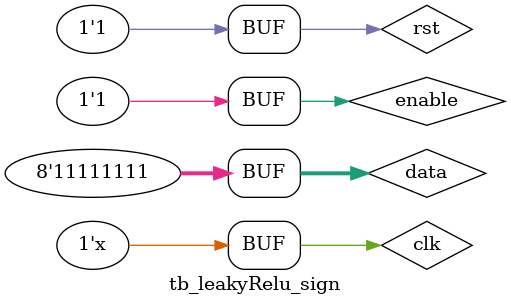
<source format=v>
`timescale 1ns / 1ps


module tb_leakyRelu_sign();
reg             clk;
reg             rst;
reg             enable;
reg     [7:0]   data;
wire    [7:0]   dataOut;
wire    rdy;

 
leakyRelu_sign test1(
    .iClk(clk),
    .iRst(rst),
    
    //data
    .data(data),
    .dataOut(dataOut),    
    
    //control,
    .enable(enable),
    .rdy(rdy)
    );

    
initial
begin
    clk =  0;
    rst =  0;
    #1  rst =   1;
    #1  rst =   0;
    #1  rst =   1;
    enable  =   1;
#15 data=8'sb00000000;
#15 data=8'sb00000001;
#15 data=8'sb00000010;
#15 data=8'sb00000011;
#15 data=8'sb00000100;
#15 data=8'sb00000101;
#15 data=8'sb00000110;
#15 data=8'sb00000111;
#15 data=8'sb00001000;
#15 data=8'sb00001001;
#15 data=8'sb00001010;
#15 data=8'sb00001011;
#15 data=8'sb00001100;
#15 data=8'sb00001101;
#15 data=8'sb00001110;
#15 data=8'sb00001111;
#15 data=8'sb00010000;
#15 data=8'sb00010001;
#15 data=8'sb00010010;
#15 data=8'sb00010011;
#15 data=8'sb00010100;
#15 data=8'sb00010101;
#15 data=8'sb00010110;
#15 data=8'sb00010111;
#15 data=8'sb00011000;
#15 data=8'sb00011001;
#15 data=8'sb00011010;
#15 data=8'sb00011011;
#15 data=8'sb00011100;
#15 data=8'sb00011101;
#15 data=8'sb00011110;
#15 data=8'sb00011111;
#15 data=8'sb00100000;
#15 data=8'sb00100001;
#15 data=8'sb00100010;
#15 data=8'sb00100011;
#15 data=8'sb00100100;
#15 data=8'sb00100101;
#15 data=8'sb00100110;
#15 data=8'sb00100111;
#15 data=8'sb00101000;
#15 data=8'sb00101001;
#15 data=8'sb00101010;
#15 data=8'sb00101011;
#15 data=8'sb00101100;
#15 data=8'sb00101101;
#15 data=8'sb00101110;
#15 data=8'sb00101111;
#15 data=8'sb00110000;
#15 data=8'sb00110001;
#15 data=8'sb00110010;
#15 data=8'sb00110011;
#15 data=8'sb00110100;
#15 data=8'sb00110101;
#15 data=8'sb00110110;
#15 data=8'sb00110111;
#15 data=8'sb00111000;
#15 data=8'sb00111001;
#15 data=8'sb00111010;
#15 data=8'sb00111011;
#15 data=8'sb00111100;
#15 data=8'sb00111101;
#15 data=8'sb00111110;
#15 data=8'sb00111111;
#15 data=8'sb01000000;
#15 data=8'sb01000001;
#15 data=8'sb01000010;
#15 data=8'sb01000011;
#15 data=8'sb01000100;
#15 data=8'sb01000101;
#15 data=8'sb01000110;
#15 data=8'sb01000111;
#15 data=8'sb01001000;
#15 data=8'sb01001001;
#15 data=8'sb01001010;
#15 data=8'sb01001011;
#15 data=8'sb01001100;
#15 data=8'sb01001101;
#15 data=8'sb01001110;
#15 data=8'sb01001111;
#15 data=8'sb01010000;
#15 data=8'sb01010001;
#15 data=8'sb01010010;
#15 data=8'sb01010011;
#15 data=8'sb01010100;
#15 data=8'sb01010101;
#15 data=8'sb01010110;
#15 data=8'sb01010111;
#15 data=8'sb01011000;
#15 data=8'sb01011001;
#15 data=8'sb01011010;
#15 data=8'sb01011011;
#15 data=8'sb01011100;
#15 data=8'sb01011101;
#15 data=8'sb01011110;
#15 data=8'sb01011111;
#15 data=8'sb01100000;
#15 data=8'sb01100001;
#15 data=8'sb01100010;
#15 data=8'sb01100011;
#15 data=8'sb01100100;
#15 data=8'sb01100101;
#15 data=8'sb01100110;
#15 data=8'sb01100111;
#15 data=8'sb01101000;
#15 data=8'sb01101001;
#15 data=8'sb01101010;
#15 data=8'sb01101011;
#15 data=8'sb01101100;
#15 data=8'sb01101101;
#15 data=8'sb01101110;
#15 data=8'sb01101111;
#15 data=8'sb01110000;
#15 data=8'sb01110001;
#15 data=8'sb01110010;
#15 data=8'sb01110011;
#15 data=8'sb01110100;
#15 data=8'sb01110101;
#15 data=8'sb01110110;
#15 data=8'sb01110111;
#15 data=8'sb01111000;
#15 data=8'sb01111001;
#15 data=8'sb01111010;
#15 data=8'sb01111011;
#15 data=8'sb01111100;
#15 data=8'sb01111101;
#15 data=8'sb01111110;
#15 data=8'sb01111111;
#15 data=8'sb10000000;
#15 data=8'sb10000001;
#15 data=8'sb10000010;
#15 data=8'sb10000011;
#15 data=8'sb10000100;
#15 data=8'sb10000101;
#15 data=8'sb10000110;
#15 data=8'sb10000111;
#15 data=8'sb10001000;
#15 data=8'sb10001001;
#15 data=8'sb10001010;
#15 data=8'sb10001011;
#15 data=8'sb10001100;
#15 data=8'sb10001101;
#15 data=8'sb10001110;
#15 data=8'sb10001111;
#15 data=8'sb10010000;
#15 data=8'sb10010001;
#15 data=8'sb10010010;
#15 data=8'sb10010011;
#15 data=8'sb10010100;
#15 data=8'sb10010101;
#15 data=8'sb10010110;
#15 data=8'sb10010111;
#15 data=8'sb10011000;
#15 data=8'sb10011001;
#15 data=8'sb10011010;
#15 data=8'sb10011011;
#15 data=8'sb10011100;
#15 data=8'sb10011101;
#15 data=8'sb10011110;
#15 data=8'sb10011111;
#15 data=8'sb10100000;
#15 data=8'sb10100001;
#15 data=8'sb10100010;
#15 data=8'sb10100011;
#15 data=8'sb10100100;
#15 data=8'sb10100101;
#15 data=8'sb10100110;
#15 data=8'sb10100111;
#15 data=8'sb10101000;
#15 data=8'sb10101001;
#15 data=8'sb10101010;
#15 data=8'sb10101011;
#15 data=8'sb10101100;
#15 data=8'sb10101101;
#15 data=8'sb10101110;
#15 data=8'sb10101111;
#15 data=8'sb10110000;
#15 data=8'sb10110001;
#15 data=8'sb10110010;
#15 data=8'sb10110011;
#15 data=8'sb10110100;
#15 data=8'sb10110101;
#15 data=8'sb10110110;
#15 data=8'sb10110111;
#15 data=8'sb10111000;
#15 data=8'sb10111001;
#15 data=8'sb10111010;
#15 data=8'sb10111011;
#15 data=8'sb10111100;
#15 data=8'sb10111101;
#15 data=8'sb10111110;
#15 data=8'sb10111111;
#15 data=8'sb11000000;
#15 data=8'sb11000001;
#15 data=8'sb11000010;
#15 data=8'sb11000011;
#15 data=8'sb11000100;
#15 data=8'sb11000101;
#15 data=8'sb11000110;
#15 data=8'sb11000111;
#15 data=8'sb11001000;
#15 data=8'sb11001001;
#15 data=8'sb11001010;
#15 data=8'sb11001011;
#15 data=8'sb11001100;
#15 data=8'sb11001101;
#15 data=8'sb11001110;
#15 data=8'sb11001111;
#15 data=8'sb11010000;
#15 data=8'sb11010001;
#15 data=8'sb11010010;
#15 data=8'sb11010011;
#15 data=8'sb11010100;
#15 data=8'sb11010101;
#15 data=8'sb11010110;
#15 data=8'sb11010111;
#15 data=8'sb11011000;
#15 data=8'sb11011001;
#15 data=8'sb11011010;
#15 data=8'sb11011011;
#15 data=8'sb11011100;
#15 data=8'sb11011101;
#15 data=8'sb11011110;
#15 data=8'sb11011111;
#15 data=8'sb11100000;
#15 data=8'sb11100001;
#15 data=8'sb11100010;
#15 data=8'sb11100011;
#15 data=8'sb11100100;
#15 data=8'sb11100101;
#15 data=8'sb11100110;
#15 data=8'sb11100111;
#15 data=8'sb11101000;
#15 data=8'sb11101001;
#15 data=8'sb11101010;
#15 data=8'sb11101011;
#15 data=8'sb11101100;
#15 data=8'sb11101101;
#15 data=8'sb11101110;
#15 data=8'sb11101111;
#15 data=8'sb11110000;
#15 data=8'sb11110001;
#15 data=8'sb11110010;
#15 data=8'sb11110011;
#15 data=8'sb11110100;
#15 data=8'sb11110101;
#15 data=8'sb11110110;
#15 data=8'sb11110111;
#15 data=8'sb11111000;
#15 data=8'sb11111001;
#15 data=8'sb11111010;
#15 data=8'sb11111011;
#15 data=8'sb11111100;
#15 data=8'sb11111101;
#15 data=8'sb11111110;
#15 data=8'sb11111111;
end

always # 5 clk = ~ clk;
    
endmodule

</source>
